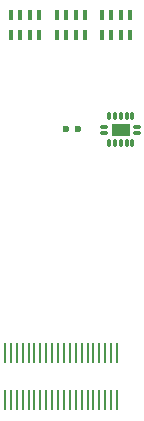
<source format=gbr>
%TF.GenerationSoftware,KiCad,Pcbnew,6.0.0-d3dd2cf0fa~116~ubuntu20.04.1*%
%TF.CreationDate,2022-01-19T11:27:02+02:00*%
%TF.ProjectId,isc0901b0-breakout,69736330-3930-4316-9230-2d627265616b,rev2*%
%TF.SameCoordinates,Original*%
%TF.FileFunction,Soldermask,Top*%
%TF.FilePolarity,Negative*%
%FSLAX46Y46*%
G04 Gerber Fmt 4.6, Leading zero omitted, Abs format (unit mm)*
G04 Created by KiCad (PCBNEW 6.0.0-d3dd2cf0fa~116~ubuntu20.04.1) date 2022-01-19 11:27:02*
%MOMM*%
%LPD*%
G01*
G04 APERTURE LIST*
G04 Aperture macros list*
%AMRoundRect*
0 Rectangle with rounded corners*
0 $1 Rounding radius*
0 $2 $3 $4 $5 $6 $7 $8 $9 X,Y pos of 4 corners*
0 Add a 4 corners polygon primitive as box body*
4,1,4,$2,$3,$4,$5,$6,$7,$8,$9,$2,$3,0*
0 Add four circle primitives for the rounded corners*
1,1,$1+$1,$2,$3*
1,1,$1+$1,$4,$5*
1,1,$1+$1,$6,$7*
1,1,$1+$1,$8,$9*
0 Add four rect primitives between the rounded corners*
20,1,$1+$1,$2,$3,$4,$5,0*
20,1,$1+$1,$4,$5,$6,$7,0*
20,1,$1+$1,$6,$7,$8,$9,0*
20,1,$1+$1,$8,$9,$2,$3,0*%
G04 Aperture macros list end*
%ADD10RoundRect,0.008202X0.291798X0.116798X-0.291798X0.116798X-0.291798X-0.116798X0.291798X-0.116798X0*%
%ADD11RoundRect,0.008202X-0.116798X0.291798X-0.116798X-0.291798X0.116798X-0.291798X0.116798X0.291798X0*%
%ADD12C,0.600000*%
%ADD13RoundRect,0.032808X-0.717192X0.467192X-0.717192X-0.467192X0.717192X-0.467192X0.717192X0.467192X0*%
%ADD14R,0.400000X0.900000*%
%ADD15R,0.250000X1.800000*%
G04 APERTURE END LIST*
D10*
%TO.C,U6*%
X70200000Y-107450000D03*
D11*
X70600000Y-108350000D03*
X71100000Y-108350000D03*
X71600000Y-108350000D03*
X72100000Y-108350000D03*
X72600000Y-108350000D03*
D12*
X72100000Y-107200000D03*
D10*
X73000000Y-107450000D03*
D13*
X71600000Y-107200000D03*
D12*
X71100000Y-107200000D03*
D10*
X73000000Y-106950000D03*
D11*
X72600000Y-106050000D03*
X72100000Y-106050000D03*
X71600000Y-106050000D03*
X71100000Y-106050000D03*
X70600000Y-106050000D03*
D10*
X70200000Y-106950000D03*
%TD*%
D12*
%TO.C,U5*%
X68000000Y-107100000D03*
X67000000Y-107100000D03*
%TD*%
D14*
%TO.C,RN3*%
X67000000Y-99150000D03*
X67800000Y-99150000D03*
X66200000Y-99150000D03*
X68600000Y-99150000D03*
X66200000Y-97450000D03*
X67000000Y-97450000D03*
X67800000Y-97450000D03*
X68600000Y-97450000D03*
%TD*%
%TO.C,RN2*%
X63100000Y-99150000D03*
X63900000Y-99150000D03*
X62300000Y-99150000D03*
X64700000Y-99150000D03*
X62300000Y-97450000D03*
X63100000Y-97450000D03*
X63900000Y-97450000D03*
X64700000Y-97450000D03*
%TD*%
%TO.C,RN4*%
X70800000Y-99150000D03*
X71600000Y-99150000D03*
X70000000Y-99150000D03*
X72400000Y-99150000D03*
X70000000Y-97450000D03*
X70800000Y-97450000D03*
X71600000Y-97450000D03*
X72400000Y-97450000D03*
%TD*%
D15*
%TO.C,J2*%
X71300000Y-130100000D03*
X70800000Y-130100000D03*
X70300000Y-130100000D03*
X69800000Y-130100000D03*
X69300000Y-130100000D03*
X68800000Y-130100000D03*
X68300000Y-130100000D03*
X67800000Y-130100000D03*
X67300000Y-130100000D03*
X66800000Y-130100000D03*
X66300000Y-130100000D03*
X65800000Y-130100000D03*
X65300000Y-130100000D03*
X64800000Y-130100000D03*
X64300000Y-130100000D03*
X63800000Y-130100000D03*
X63300000Y-130100000D03*
X62800000Y-130100000D03*
X62300000Y-130100000D03*
X61800000Y-130100000D03*
X61800000Y-126100000D03*
X62300000Y-126100000D03*
X62800000Y-126100000D03*
X63300000Y-126100000D03*
X63800000Y-126100000D03*
X64300000Y-126100000D03*
X64800000Y-126100000D03*
X65300000Y-126100000D03*
X65800000Y-126100000D03*
X66300000Y-126100000D03*
X66800000Y-126100000D03*
X67300000Y-126100000D03*
X67800000Y-126100000D03*
X68300000Y-126100000D03*
X68800000Y-126100000D03*
X69300000Y-126100000D03*
X69800000Y-126100000D03*
X70300000Y-126100000D03*
X70800000Y-126100000D03*
X71300000Y-126100000D03*
%TD*%
M02*

</source>
